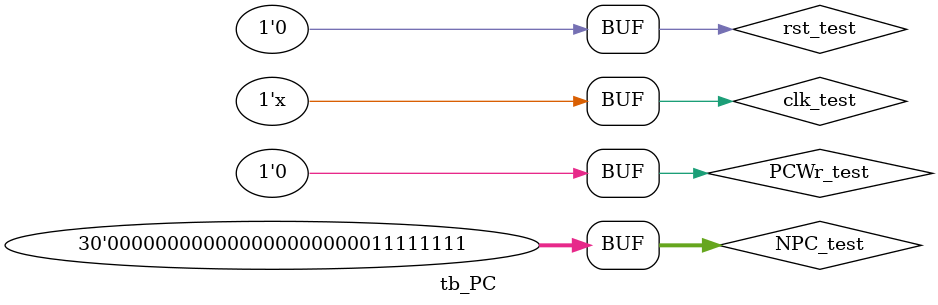
<source format=v>
`timescale 1ns/1ps 
module tb_PC;
reg 		clk_test;   
reg         rst_test; //reset pc to 32'h0000_3000  
reg         PCWr_test;   
reg  [31:2]  NPC_test;   
wire [31:2]  PC_test;

initial
begin
rst_test = 0;
clk_test = 0;
PCWr_test = 0;
NPC_test = 0;
end

always #30 clk_test=~clk_test;

initial
begin
#60
rst_test = 1;
#60
rst_test = 0;
#60
NPC_test = 255;
PCWr_test = 1;
#60
PCWr_test = 0;
end

PC UUT_D_PC(.rst(rst_test),.clk(clk_test),.PCWr(PCWr_test),.NPC(NPC_test),.PC(PC_test));

endmodule





</source>
